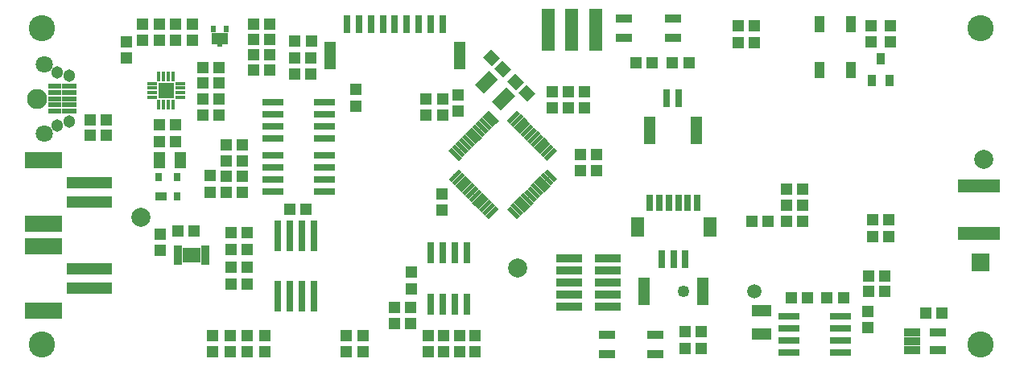
<source format=gbr>
G04 #@! TF.GenerationSoftware,KiCad,Pcbnew,5.0.0-fee4fd1~66~ubuntu16.04.1*
G04 #@! TF.CreationDate,2018-09-07T15:36:00-07:00*
G04 #@! TF.ProjectId,fk-naturalist,666B2D6E61747572616C6973742E6B69,0.1*
G04 #@! TF.SameCoordinates,PX791ddc0PY791ddc0*
G04 #@! TF.FileFunction,Soldermask,Top*
G04 #@! TF.FilePolarity,Negative*
%FSLAX46Y46*%
G04 Gerber Fmt 4.6, Leading zero omitted, Abs format (unit mm)*
G04 Created by KiCad (PCBNEW 5.0.0-fee4fd1~66~ubuntu16.04.1) date Fri Sep  7 15:36:00 2018*
%MOMM*%
%LPD*%
G01*
G04 APERTURE LIST*
%ADD10C,2.103200*%
%ADD11C,1.803200*%
%ADD12C,1.303200*%
%ADD13R,1.553200X0.603200*%
%ADD14R,1.453200X0.603200*%
%ADD15R,4.003200X1.703200*%
%ADD16R,4.703200X1.203200*%
%ADD17R,1.203200X1.303200*%
%ADD18R,0.803200X1.903200*%
%ADD19R,1.203200X3.003200*%
%ADD20R,1.653200X0.903200*%
%ADD21C,1.253200*%
%ADD22C,1.503200*%
%ADD23R,1.103200X1.703200*%
%ADD24C,2.743200*%
%ADD25R,1.303200X1.203200*%
%ADD26C,1.203200*%
%ADD27C,0.100000*%
%ADD28R,0.600000X0.700000*%
%ADD29R,1.800000X1.300000*%
%ADD30R,0.600000X0.450000*%
%ADD31R,1.203200X0.903200*%
%ADD32R,0.803200X0.903200*%
%ADD33R,1.203200X1.703200*%
%ADD34R,4.403200X1.473200*%
%ADD35R,1.903200X1.903200*%
%ADD36R,1.473200X4.403200*%
%ADD37C,2.000000*%
%ADD38R,0.853200X1.253200*%
%ADD39C,0.453200*%
%ADD40R,1.763200X0.853200*%
%ADD41R,0.890000X0.890000*%
%ADD42R,0.990000X0.420000*%
%ADD43R,0.420000X0.990000*%
%ADD44R,0.440000X0.990000*%
%ADD45R,2.203200X0.803200*%
%ADD46R,0.953200X0.503200*%
%ADD47R,1.078200X0.928200*%
%ADD48R,0.803200X2.203200*%
%ADD49R,2.103200X1.303200*%
%ADD50R,0.803200X1.753200*%
%ADD51R,1.403200X2.003200*%
%ADD52R,2.700000X0.950000*%
%ADD53R,0.803200X3.203200*%
G04 APERTURE END LIST*
D10*
G04 #@! TO.C,J9*
X-51358500Y8445000D03*
D11*
X-50583500Y4820000D03*
X-50583500Y12070000D03*
D12*
X-47933500Y6020000D03*
X-47933500Y10870000D03*
D13*
X-48008500Y7145000D03*
X-48008500Y7795000D03*
X-48008500Y8445000D03*
X-48008500Y9095000D03*
X-48008500Y9745000D03*
D12*
X-49258500Y11245000D03*
X-49258500Y5645000D03*
D14*
X-49508500Y7145000D03*
X-49508500Y7795000D03*
X-49508500Y8445000D03*
X-49508500Y9095000D03*
X-49508500Y9745000D03*
G04 #@! TD*
D15*
G04 #@! TO.C,J10*
X-50689000Y-13812000D03*
X-50689000Y-7112000D03*
D16*
X-45839000Y-11462000D03*
X-45839000Y-9462000D03*
G04 #@! TD*
D15*
G04 #@! TO.C,J3*
X-50689000Y-4731000D03*
X-50689000Y1969000D03*
D16*
X-45839000Y-2381000D03*
X-45839000Y-381000D03*
G04 #@! TD*
D17*
G04 #@! TO.C,C16*
X-6926802Y-16440022D03*
X-6926802Y-18140022D03*
G04 #@! TD*
D18*
G04 #@! TO.C,J5*
X16820200Y-8438600D03*
X15570200Y-8438600D03*
X14320200Y-8438600D03*
D19*
X18670200Y-11788600D03*
X12470200Y-11788600D03*
G04 #@! TD*
D20*
G04 #@! TO.C,SW2*
X15495900Y16875000D03*
X10335900Y16875000D03*
X10335900Y14875000D03*
X15495900Y14875000D03*
G04 #@! TD*
G04 #@! TO.C,SW1*
X8545200Y-18399000D03*
X13705200Y-18399000D03*
X13705200Y-16399000D03*
X8545200Y-16399000D03*
G04 #@! TD*
D21*
G04 #@! TO.C,BT1*
X16655000Y-11811000D03*
D22*
X24105000Y-11811000D03*
G04 #@! TD*
D18*
G04 #@! TO.C,J8*
X16131700Y8477800D03*
X14881700Y8477800D03*
D19*
X17981700Y5127800D03*
X13031700Y5127800D03*
G04 #@! TD*
D23*
G04 #@! TO.C,U13*
X30912800Y11431100D03*
X34212800Y11431100D03*
X34212800Y16331100D03*
X30912800Y16331100D03*
G04 #@! TD*
D24*
G04 #@! TO.C,REF\002A\002A*
X47865000Y15865000D03*
G04 #@! TD*
G04 #@! TO.C,REF\002A\002A*
X-50865000Y15865000D03*
G04 #@! TD*
G04 #@! TO.C,REF\002A\002A*
X-50865000Y-17365000D03*
G04 #@! TD*
G04 #@! TO.C,REF\002A\002A*
X47865000Y-17365000D03*
G04 #@! TD*
D17*
G04 #@! TO.C,C33*
X-10228802Y-16440022D03*
X-10228802Y-18140022D03*
G04 #@! TD*
G04 #@! TO.C,C34*
X-8577802Y-16440022D03*
X-8577802Y-18140022D03*
G04 #@! TD*
D25*
G04 #@! TO.C,R7*
X-12040500Y-15176500D03*
X-13740500Y-15176500D03*
G04 #@! TD*
D17*
G04 #@! TO.C,C1*
X-7086600Y7154976D03*
X-7086600Y8854976D03*
G04 #@! TD*
D25*
G04 #@! TO.C,C2*
X36553616Y-6022726D03*
X38253616Y-6022726D03*
G04 #@! TD*
D26*
G04 #@! TO.C,C3*
X-2384279Y11602963D03*
D27*
G36*
X-1498133Y11567608D02*
X-2348924Y10716817D01*
X-3270425Y11638318D01*
X-2419634Y12489109D01*
X-1498133Y11567608D01*
X-1498133Y11567608D01*
G37*
D26*
X-3586361Y12805045D03*
D27*
G36*
X-2700215Y12769690D02*
X-3551006Y11918899D01*
X-4472507Y12840400D01*
X-3621716Y13691191D01*
X-2700215Y12769690D01*
X-2700215Y12769690D01*
G37*
G04 #@! TD*
D26*
G04 #@! TO.C,C4*
X-1054920Y10273604D03*
D27*
G36*
X-1941066Y10308959D02*
X-1090275Y11159750D01*
X-168774Y10238249D01*
X-1019565Y9387458D01*
X-1941066Y10308959D01*
X-1941066Y10308959D01*
G37*
D26*
X147162Y9071522D03*
D27*
G36*
X-738984Y9106877D02*
X111807Y9957668D01*
X1033308Y9036167D01*
X182517Y8185376D01*
X-738984Y9106877D01*
X-738984Y9106877D01*
G37*
G04 #@! TD*
D17*
G04 #@! TO.C,C5*
X-8737600Y-1575700D03*
X-8737600Y-3275700D03*
G04 #@! TD*
G04 #@! TO.C,C6*
X6172200Y7455800D03*
X6172200Y9155800D03*
G04 #@! TD*
G04 #@! TO.C,C7*
X-8714208Y6748576D03*
X-8714208Y8448576D03*
G04 #@! TD*
G04 #@! TO.C,C8*
X2819400Y7455800D03*
X2819400Y9155800D03*
G04 #@! TD*
G04 #@! TO.C,C9*
X4495800Y7455800D03*
X4495800Y9155800D03*
G04 #@! TD*
D25*
G04 #@! TO.C,C10*
X-38488314Y5670744D03*
X-36788314Y5670744D03*
G04 #@! TD*
G04 #@! TO.C,C11*
X43839500Y-14135100D03*
X42139500Y-14135100D03*
G04 #@! TD*
G04 #@! TO.C,C12*
X-32197353Y11760341D03*
X-33897353Y11760341D03*
G04 #@! TD*
G04 #@! TO.C,C13*
X36553616Y-4320926D03*
X38253616Y-4320926D03*
G04 #@! TD*
G04 #@! TO.C,C14*
X-45783868Y4590655D03*
X-44083868Y4590655D03*
G04 #@! TD*
D17*
G04 #@! TO.C,C15*
X-12001500Y-9818000D03*
X-12001500Y-11518000D03*
G04 #@! TD*
D25*
G04 #@! TO.C,C18*
X-24776800Y-3162300D03*
X-23076800Y-3162300D03*
G04 #@! TD*
D17*
G04 #@! TO.C,C19*
X-41986200Y12739000D03*
X-41986200Y14439000D03*
G04 #@! TD*
D25*
G04 #@! TO.C,C20*
X-33910953Y8407541D03*
X-32210953Y8407541D03*
G04 #@! TD*
G04 #@! TO.C,C21*
X-33897353Y6731141D03*
X-32197353Y6731141D03*
G04 #@! TD*
G04 #@! TO.C,C22*
X29679000Y-12522200D03*
X27979000Y-12522200D03*
G04 #@! TD*
D17*
G04 #@! TO.C,C24*
X36042600Y-13958200D03*
X36042600Y-15658200D03*
G04 #@! TD*
D25*
G04 #@! TO.C,C27*
X-30955110Y-9282914D03*
X-29255110Y-9282914D03*
G04 #@! TD*
G04 #@! TO.C,C28*
X-29249000Y-7442200D03*
X-30949000Y-7442200D03*
G04 #@! TD*
D17*
G04 #@! TO.C,D1*
X36347400Y14418600D03*
X36347400Y16118600D03*
G04 #@! TD*
G04 #@! TO.C,D2*
X-31064200Y-16450600D03*
X-31064200Y-18150600D03*
G04 #@! TD*
G04 #@! TO.C,D3*
X-27398530Y-16470430D03*
X-27398530Y-18170430D03*
G04 #@! TD*
D28*
G04 #@! TO.C,D7*
X-31481000Y15807400D03*
X-32781000Y15807400D03*
D29*
X-32131000Y14757400D03*
D30*
X-32131000Y14082400D03*
G04 #@! TD*
D31*
G04 #@! TO.C,D8*
X-38352200Y-1822200D03*
D32*
X-36652200Y-1822200D03*
X-36652200Y177800D03*
X-38552200Y177800D03*
G04 #@! TD*
D25*
G04 #@! TO.C,D9*
X-28612200Y16335400D03*
X-26912200Y16335400D03*
G04 #@! TD*
G04 #@! TO.C,D10*
X-28612200Y13084200D03*
X-26912200Y13084200D03*
G04 #@! TD*
D17*
G04 #@! TO.C,D11*
X22372800Y14390000D03*
X22372800Y16090000D03*
G04 #@! TD*
D33*
G04 #@! TO.C,F1*
X-36314200Y2006600D03*
X-38514200Y2006600D03*
G04 #@! TD*
D34*
G04 #@! TO.C,J1*
X47669200Y-5751200D03*
X47669200Y-751200D03*
G04 #@! TD*
D35*
G04 #@! TO.C,J4*
X47879000Y-8788400D03*
G04 #@! TD*
D36*
G04 #@! TO.C,J11*
X4875400Y15709900D03*
X7375400Y15709900D03*
X2375400Y15709900D03*
G04 #@! TD*
D17*
G04 #@! TO.C,L1*
X-10457008Y6733376D03*
X-10457008Y8433376D03*
G04 #@! TD*
D25*
G04 #@! TO.C,L2*
X-38488314Y3943544D03*
X-36788314Y3943544D03*
G04 #@! TD*
D37*
G04 #@! TO.C,M2*
X-774700Y-9372600D03*
G04 #@! TD*
G04 #@! TO.C,M5*
X48234600Y2057400D03*
G04 #@! TD*
G04 #@! TO.C,M8*
X-40411400Y-4038600D03*
G04 #@! TD*
D38*
G04 #@! TO.C,Q1*
X36413400Y10327000D03*
X38313400Y10327000D03*
X37363400Y12627000D03*
G04 #@! TD*
D17*
G04 #@! TO.C,R1*
X-18821400Y-16450600D03*
X-18821400Y-18150600D03*
G04 #@! TD*
G04 #@! TO.C,R2*
X-17094200Y-16450600D03*
X-17094200Y-18150600D03*
G04 #@! TD*
G04 #@! TO.C,R3*
X38379400Y16118600D03*
X38379400Y14418600D03*
G04 #@! TD*
G04 #@! TO.C,R4*
X-32893000Y-16450600D03*
X-32893000Y-18150600D03*
G04 #@! TD*
G04 #@! TO.C,R5*
X-29235400Y-16501400D03*
X-29235400Y-18201400D03*
G04 #@! TD*
D25*
G04 #@! TO.C,R6*
X-12040500Y-13525500D03*
X-13740500Y-13525500D03*
G04 #@! TD*
G04 #@! TO.C,R8*
X18503000Y-17856200D03*
X16803000Y-17856200D03*
G04 #@! TD*
G04 #@! TO.C,R9*
X18503000Y-16078200D03*
X16803000Y-16078200D03*
G04 #@! TD*
G04 #@! TO.C,R10*
X11621400Y12268200D03*
X13321400Y12268200D03*
G04 #@! TD*
G04 #@! TO.C,R17*
X17182200Y12268200D03*
X15482200Y12268200D03*
G04 #@! TD*
G04 #@! TO.C,R21*
X-32197353Y10083941D03*
X-33897353Y10083941D03*
G04 #@! TD*
D17*
G04 #@! TO.C,R22*
X-34977753Y16267941D03*
X-34977753Y14567941D03*
G04 #@! TD*
G04 #@! TO.C,R23*
X7449842Y896374D03*
X7449842Y2596374D03*
G04 #@! TD*
G04 #@! TO.C,R24*
X-36755753Y16267941D03*
X-36755753Y14567941D03*
G04 #@! TD*
G04 #@! TO.C,R25*
X-38482953Y16267941D03*
X-38482953Y14567941D03*
G04 #@! TD*
G04 #@! TO.C,R30*
X5824242Y896374D03*
X5824242Y2596374D03*
G04 #@! TD*
D25*
G04 #@! TO.C,R31*
X-45783868Y6241655D03*
X-44083868Y6241655D03*
G04 #@! TD*
G04 #@! TO.C,R32*
X-28612200Y14709800D03*
X-26912200Y14709800D03*
G04 #@! TD*
G04 #@! TO.C,R33*
X-28612200Y11458600D03*
X-26912200Y11458600D03*
G04 #@! TD*
D17*
G04 #@! TO.C,R34*
X-40260953Y14567941D03*
X-40260953Y16267941D03*
G04 #@! TD*
D25*
G04 #@! TO.C,R35*
X36097911Y-10225205D03*
X37797911Y-10225205D03*
G04 #@! TD*
G04 #@! TO.C,R36*
X36097911Y-11850805D03*
X37797911Y-11850805D03*
G04 #@! TD*
G04 #@! TO.C,R37*
X33438200Y-12522200D03*
X31738200Y-12522200D03*
G04 #@! TD*
D17*
G04 #@! TO.C,R39*
X24100000Y14390000D03*
X24100000Y16090000D03*
G04 #@! TD*
D25*
G04 #@! TO.C,R40*
X-29255110Y-11010114D03*
X-30955110Y-11010114D03*
G04 #@! TD*
G04 #@! TO.C,R41*
X-29255110Y-5664200D03*
X-30955110Y-5664200D03*
G04 #@! TD*
G04 #@! TO.C,R42*
X-36562400Y-5435600D03*
X-34862400Y-5435600D03*
G04 #@! TD*
D17*
G04 #@! TO.C,R43*
X-38404800Y-7479400D03*
X-38404800Y-5779400D03*
G04 #@! TD*
D39*
G04 #@! TO.C,U2*
X-3493571Y6519058D03*
D27*
G36*
X-4185263Y6890289D02*
X-3864802Y7210750D01*
X-2801879Y6147827D01*
X-3122340Y5827366D01*
X-4185263Y6890289D01*
X-4185263Y6890289D01*
G37*
D39*
X-3847124Y6165505D03*
D27*
G36*
X-4538816Y6536736D02*
X-4218355Y6857197D01*
X-3155432Y5794274D01*
X-3475893Y5473813D01*
X-4538816Y6536736D01*
X-4538816Y6536736D01*
G37*
D39*
X-4200678Y5811951D03*
D27*
G36*
X-4892370Y6183182D02*
X-4571909Y6503643D01*
X-3508986Y5440720D01*
X-3829447Y5120259D01*
X-4892370Y6183182D01*
X-4892370Y6183182D01*
G37*
D39*
X-4554231Y5458398D03*
D27*
G36*
X-5245923Y5829629D02*
X-4925462Y6150090D01*
X-3862539Y5087167D01*
X-4183000Y4766706D01*
X-5245923Y5829629D01*
X-5245923Y5829629D01*
G37*
D39*
X-4907784Y5104845D03*
D27*
G36*
X-5599476Y5476076D02*
X-5279015Y5796537D01*
X-4216092Y4733614D01*
X-4536553Y4413153D01*
X-5599476Y5476076D01*
X-5599476Y5476076D01*
G37*
D39*
X-5261338Y4751291D03*
D27*
G36*
X-5953030Y5122522D02*
X-5632569Y5442983D01*
X-4569646Y4380060D01*
X-4890107Y4059599D01*
X-5953030Y5122522D01*
X-5953030Y5122522D01*
G37*
D39*
X-5614891Y4397738D03*
D27*
G36*
X-6306583Y4768969D02*
X-5986122Y5089430D01*
X-4923199Y4026507D01*
X-5243660Y3706046D01*
X-6306583Y4768969D01*
X-6306583Y4768969D01*
G37*
D39*
X-5968445Y4044184D03*
D27*
G36*
X-6660137Y4415415D02*
X-6339676Y4735876D01*
X-5276753Y3672953D01*
X-5597214Y3352492D01*
X-6660137Y4415415D01*
X-6660137Y4415415D01*
G37*
D39*
X-6321998Y3690631D03*
D27*
G36*
X-7013690Y4061862D02*
X-6693229Y4382323D01*
X-5630306Y3319400D01*
X-5950767Y2998939D01*
X-7013690Y4061862D01*
X-7013690Y4061862D01*
G37*
D39*
X-6675551Y3337078D03*
D27*
G36*
X-7367243Y3708309D02*
X-7046782Y4028770D01*
X-5983859Y2965847D01*
X-6304320Y2645386D01*
X-7367243Y3708309D01*
X-7367243Y3708309D01*
G37*
D39*
X-7029105Y2983524D03*
D27*
G36*
X-7720797Y3354755D02*
X-7400336Y3675216D01*
X-6337413Y2612293D01*
X-6657874Y2291832D01*
X-7720797Y3354755D01*
X-7720797Y3354755D01*
G37*
D39*
X-7382658Y2629971D03*
D27*
G36*
X-8074350Y3001202D02*
X-7753889Y3321663D01*
X-6690966Y2258740D01*
X-7011427Y1938279D01*
X-8074350Y3001202D01*
X-8074350Y3001202D01*
G37*
D39*
X-7382658Y367229D03*
D27*
G36*
X-7753889Y-324463D02*
X-8074350Y-4002D01*
X-7011427Y1058921D01*
X-6690966Y738460D01*
X-7753889Y-324463D01*
X-7753889Y-324463D01*
G37*
D39*
X-7029105Y13676D03*
D27*
G36*
X-7400336Y-678016D02*
X-7720797Y-357555D01*
X-6657874Y705368D01*
X-6337413Y384907D01*
X-7400336Y-678016D01*
X-7400336Y-678016D01*
G37*
D39*
X-6675551Y-339878D03*
D27*
G36*
X-7046782Y-1031570D02*
X-7367243Y-711109D01*
X-6304320Y351814D01*
X-5983859Y31353D01*
X-7046782Y-1031570D01*
X-7046782Y-1031570D01*
G37*
D39*
X-6321998Y-693431D03*
D27*
G36*
X-6693229Y-1385123D02*
X-7013690Y-1064662D01*
X-5950767Y-1739D01*
X-5630306Y-322200D01*
X-6693229Y-1385123D01*
X-6693229Y-1385123D01*
G37*
D39*
X-5968445Y-1046984D03*
D27*
G36*
X-6339676Y-1738676D02*
X-6660137Y-1418215D01*
X-5597214Y-355292D01*
X-5276753Y-675753D01*
X-6339676Y-1738676D01*
X-6339676Y-1738676D01*
G37*
D39*
X-5614891Y-1400538D03*
D27*
G36*
X-5986122Y-2092230D02*
X-6306583Y-1771769D01*
X-5243660Y-708846D01*
X-4923199Y-1029307D01*
X-5986122Y-2092230D01*
X-5986122Y-2092230D01*
G37*
D39*
X-5261338Y-1754091D03*
D27*
G36*
X-5632569Y-2445783D02*
X-5953030Y-2125322D01*
X-4890107Y-1062399D01*
X-4569646Y-1382860D01*
X-5632569Y-2445783D01*
X-5632569Y-2445783D01*
G37*
D39*
X-4907784Y-2107645D03*
D27*
G36*
X-5279015Y-2799337D02*
X-5599476Y-2478876D01*
X-4536553Y-1415953D01*
X-4216092Y-1736414D01*
X-5279015Y-2799337D01*
X-5279015Y-2799337D01*
G37*
D39*
X-4554231Y-2461198D03*
D27*
G36*
X-4925462Y-3152890D02*
X-5245923Y-2832429D01*
X-4183000Y-1769506D01*
X-3862539Y-2089967D01*
X-4925462Y-3152890D01*
X-4925462Y-3152890D01*
G37*
D39*
X-4200678Y-2814751D03*
D27*
G36*
X-4571909Y-3506443D02*
X-4892370Y-3185982D01*
X-3829447Y-2123059D01*
X-3508986Y-2443520D01*
X-4571909Y-3506443D01*
X-4571909Y-3506443D01*
G37*
D39*
X-3847124Y-3168305D03*
D27*
G36*
X-4218355Y-3859997D02*
X-4538816Y-3539536D01*
X-3475893Y-2476613D01*
X-3155432Y-2797074D01*
X-4218355Y-3859997D01*
X-4218355Y-3859997D01*
G37*
D39*
X-3493571Y-3521858D03*
D27*
G36*
X-3864802Y-4213550D02*
X-4185263Y-3893089D01*
X-3122340Y-2830166D01*
X-2801879Y-3150627D01*
X-3864802Y-4213550D01*
X-3864802Y-4213550D01*
G37*
D39*
X-1230829Y-3521858D03*
D27*
G36*
X-1922521Y-3150627D02*
X-1602060Y-2830166D01*
X-539137Y-3893089D01*
X-859598Y-4213550D01*
X-1922521Y-3150627D01*
X-1922521Y-3150627D01*
G37*
D39*
X-877276Y-3168305D03*
D27*
G36*
X-1568968Y-2797074D02*
X-1248507Y-2476613D01*
X-185584Y-3539536D01*
X-506045Y-3859997D01*
X-1568968Y-2797074D01*
X-1568968Y-2797074D01*
G37*
D39*
X-523722Y-2814751D03*
D27*
G36*
X-1215414Y-2443520D02*
X-894953Y-2123059D01*
X167970Y-3185982D01*
X-152491Y-3506443D01*
X-1215414Y-2443520D01*
X-1215414Y-2443520D01*
G37*
D39*
X-170169Y-2461198D03*
D27*
G36*
X-861861Y-2089967D02*
X-541400Y-1769506D01*
X521523Y-2832429D01*
X201062Y-3152890D01*
X-861861Y-2089967D01*
X-861861Y-2089967D01*
G37*
D39*
X183384Y-2107645D03*
D27*
G36*
X-508308Y-1736414D02*
X-187847Y-1415953D01*
X875076Y-2478876D01*
X554615Y-2799337D01*
X-508308Y-1736414D01*
X-508308Y-1736414D01*
G37*
D39*
X536938Y-1754091D03*
D27*
G36*
X-154754Y-1382860D02*
X165707Y-1062399D01*
X1228630Y-2125322D01*
X908169Y-2445783D01*
X-154754Y-1382860D01*
X-154754Y-1382860D01*
G37*
D39*
X890491Y-1400538D03*
D27*
G36*
X198799Y-1029307D02*
X519260Y-708846D01*
X1582183Y-1771769D01*
X1261722Y-2092230D01*
X198799Y-1029307D01*
X198799Y-1029307D01*
G37*
D39*
X1244045Y-1046984D03*
D27*
G36*
X552353Y-675753D02*
X872814Y-355292D01*
X1935737Y-1418215D01*
X1615276Y-1738676D01*
X552353Y-675753D01*
X552353Y-675753D01*
G37*
D39*
X1597598Y-693431D03*
D27*
G36*
X905906Y-322200D02*
X1226367Y-1739D01*
X2289290Y-1064662D01*
X1968829Y-1385123D01*
X905906Y-322200D01*
X905906Y-322200D01*
G37*
D39*
X1951151Y-339878D03*
D27*
G36*
X1259459Y31353D02*
X1579920Y351814D01*
X2642843Y-711109D01*
X2322382Y-1031570D01*
X1259459Y31353D01*
X1259459Y31353D01*
G37*
D39*
X2304705Y13676D03*
D27*
G36*
X1613013Y384907D02*
X1933474Y705368D01*
X2996397Y-357555D01*
X2675936Y-678016D01*
X1613013Y384907D01*
X1613013Y384907D01*
G37*
D39*
X2658258Y367229D03*
D27*
G36*
X1966566Y738460D02*
X2287027Y1058921D01*
X3349950Y-4002D01*
X3029489Y-324463D01*
X1966566Y738460D01*
X1966566Y738460D01*
G37*
D39*
X2658258Y2629971D03*
D27*
G36*
X2287027Y1938279D02*
X1966566Y2258740D01*
X3029489Y3321663D01*
X3349950Y3001202D01*
X2287027Y1938279D01*
X2287027Y1938279D01*
G37*
D39*
X2304705Y2983524D03*
D27*
G36*
X1933474Y2291832D02*
X1613013Y2612293D01*
X2675936Y3675216D01*
X2996397Y3354755D01*
X1933474Y2291832D01*
X1933474Y2291832D01*
G37*
D39*
X1951151Y3337078D03*
D27*
G36*
X1579920Y2645386D02*
X1259459Y2965847D01*
X2322382Y4028770D01*
X2642843Y3708309D01*
X1579920Y2645386D01*
X1579920Y2645386D01*
G37*
D39*
X1597598Y3690631D03*
D27*
G36*
X1226367Y2998939D02*
X905906Y3319400D01*
X1968829Y4382323D01*
X2289290Y4061862D01*
X1226367Y2998939D01*
X1226367Y2998939D01*
G37*
D39*
X1244045Y4044184D03*
D27*
G36*
X872814Y3352492D02*
X552353Y3672953D01*
X1615276Y4735876D01*
X1935737Y4415415D01*
X872814Y3352492D01*
X872814Y3352492D01*
G37*
D39*
X890491Y4397738D03*
D27*
G36*
X519260Y3706046D02*
X198799Y4026507D01*
X1261722Y5089430D01*
X1582183Y4768969D01*
X519260Y3706046D01*
X519260Y3706046D01*
G37*
D39*
X536938Y4751291D03*
D27*
G36*
X165707Y4059599D02*
X-154754Y4380060D01*
X908169Y5442983D01*
X1228630Y5122522D01*
X165707Y4059599D01*
X165707Y4059599D01*
G37*
D39*
X183384Y5104845D03*
D27*
G36*
X-187847Y4413153D02*
X-508308Y4733614D01*
X554615Y5796537D01*
X875076Y5476076D01*
X-187847Y4413153D01*
X-187847Y4413153D01*
G37*
D39*
X-170169Y5458398D03*
D27*
G36*
X-541400Y4766706D02*
X-861861Y5087167D01*
X201062Y6150090D01*
X521523Y5829629D01*
X-541400Y4766706D01*
X-541400Y4766706D01*
G37*
D39*
X-523722Y5811951D03*
D27*
G36*
X-894953Y5120259D02*
X-1215414Y5440720D01*
X-152491Y6503643D01*
X167970Y6183182D01*
X-894953Y5120259D01*
X-894953Y5120259D01*
G37*
D39*
X-877276Y6165505D03*
D27*
G36*
X-1248507Y5473813D02*
X-1568968Y5794274D01*
X-506045Y6857197D01*
X-185584Y6536736D01*
X-1248507Y5473813D01*
X-1248507Y5473813D01*
G37*
D39*
X-1230829Y6519058D03*
D27*
G36*
X-1602060Y5827366D02*
X-1922521Y6147827D01*
X-859598Y7210750D01*
X-539137Y6890289D01*
X-1602060Y5827366D01*
X-1602060Y5827366D01*
G37*
G04 #@! TD*
D40*
G04 #@! TO.C,U4*
X40695561Y-16124784D03*
X40695561Y-17074784D03*
X40695561Y-18024784D03*
X43395561Y-18024784D03*
X43395561Y-16124784D03*
G04 #@! TD*
D41*
G04 #@! TO.C,U6*
X-37409083Y8945133D03*
X-37409083Y9695133D03*
X-38159083Y9695133D03*
X-38159083Y8945133D03*
D42*
X-39259083Y10070133D03*
X-39259083Y9570133D03*
X-39259083Y9070133D03*
X-39259083Y8570133D03*
D43*
X-38534083Y7845133D03*
X-38034083Y7845133D03*
D44*
X-37534083Y7845133D03*
D43*
X-37034083Y7845133D03*
D42*
X-36309083Y8570133D03*
X-36309083Y9070133D03*
X-36309083Y9570133D03*
X-36309083Y10070133D03*
D43*
X-37034083Y10795133D03*
X-37534083Y10795133D03*
X-38034083Y10795133D03*
D44*
X-38534083Y10795133D03*
G04 #@! TD*
D45*
G04 #@! TO.C,U7*
X33103800Y-14478000D03*
X33103800Y-15748000D03*
X33103800Y-17018000D03*
X33103800Y-18288000D03*
X27703800Y-18288000D03*
X27703800Y-17018000D03*
X27703800Y-15748000D03*
X27703800Y-14478000D03*
G04 #@! TD*
D46*
G04 #@! TO.C,U11*
X-33664610Y-8769814D03*
X-33664610Y-8269814D03*
X-33664610Y-7769814D03*
X-33664610Y-7269814D03*
X-36564610Y-7269814D03*
X-36564610Y-7769814D03*
X-36564610Y-8269814D03*
X-36564610Y-8769814D03*
D47*
X-35552110Y-7657314D03*
X-35552110Y-8382314D03*
X-34677110Y-7657314D03*
X-34677110Y-8382314D03*
G04 #@! TD*
D48*
G04 #@! TO.C,U12*
X-6159500Y-13147000D03*
X-7429500Y-13147000D03*
X-8699500Y-13147000D03*
X-9969500Y-13147000D03*
X-9969500Y-7747000D03*
X-8699500Y-7747000D03*
X-7429500Y-7747000D03*
X-6159500Y-7747000D03*
G04 #@! TD*
D12*
G04 #@! TO.C,Y1*
X-4058883Y10205683D03*
D27*
G36*
X-5263227Y9922840D02*
X-3776040Y11410027D01*
X-2854539Y10488526D01*
X-4341726Y9001339D01*
X-5263227Y9922840D01*
X-5263227Y9922840D01*
G37*
D12*
X-2291117Y8437917D03*
D27*
G36*
X-3495461Y8155074D02*
X-2008274Y9642261D01*
X-1086773Y8720760D01*
X-2573960Y7233573D01*
X-3495461Y8155074D01*
X-3495461Y8155074D01*
G37*
G04 #@! TD*
D49*
G04 #@! TO.C,Y2*
X24815800Y-16312200D03*
X24815800Y-13812200D03*
G04 #@! TD*
D17*
G04 #@! TO.C,C17*
X-5275802Y-16440022D03*
X-5275802Y-18140022D03*
G04 #@! TD*
D50*
G04 #@! TO.C,J13*
X18082900Y-2535800D03*
X17082900Y-2535800D03*
X16082900Y-2535800D03*
X15082900Y-2535800D03*
X14082900Y-2535800D03*
X13082900Y-2535800D03*
D51*
X19382900Y-5060800D03*
X11782900Y-5060800D03*
G04 #@! TD*
D25*
G04 #@! TO.C,C23*
X-29782400Y254000D03*
X-31482400Y254000D03*
G04 #@! TD*
D17*
G04 #@! TO.C,C25*
X-33172400Y342000D03*
X-33172400Y-1358000D03*
G04 #@! TD*
D25*
G04 #@! TO.C,R11*
X-29782400Y-1371600D03*
X-31482400Y-1371600D03*
G04 #@! TD*
G04 #@! TO.C,R12*
X-29782400Y1879600D03*
X-31482400Y1879600D03*
G04 #@! TD*
D45*
G04 #@! TO.C,U8*
X-21125200Y2463800D03*
X-21125200Y1193800D03*
X-21125200Y-76200D03*
X-21125200Y-1346200D03*
X-26525200Y-1346200D03*
X-26525200Y-76200D03*
X-26525200Y1193800D03*
X-26525200Y2463800D03*
G04 #@! TD*
D25*
G04 #@! TO.C,C26*
X-29782400Y3556000D03*
X-31482400Y3556000D03*
G04 #@! TD*
D17*
G04 #@! TO.C,C29*
X-22605064Y12765901D03*
X-22605064Y11065901D03*
G04 #@! TD*
D25*
G04 #@! TO.C,C30*
X-24230700Y14516100D03*
X-22530700Y14516100D03*
G04 #@! TD*
D17*
G04 #@! TO.C,R13*
X-24230664Y11065901D03*
X-24230664Y12765901D03*
G04 #@! TD*
G04 #@! TO.C,R14*
X-17843500Y7697100D03*
X-17843500Y9397100D03*
G04 #@! TD*
D45*
G04 #@! TO.C,U9*
X-26525200Y4292600D03*
X-26525200Y5562600D03*
X-26525200Y6832600D03*
X-26525200Y8102600D03*
X-21125200Y8102600D03*
X-21125200Y6832600D03*
X-21125200Y5562600D03*
X-21125200Y4292600D03*
G04 #@! TD*
D52*
G04 #@! TO.C,J7*
X8629400Y-13385800D03*
X4629400Y-13385800D03*
X8629400Y-12115800D03*
X4629400Y-12115800D03*
X8629400Y-10845800D03*
X4629400Y-10845800D03*
X8629400Y-9575800D03*
X4629400Y-9575800D03*
X8629400Y-8305800D03*
X4629400Y-8305800D03*
G04 #@! TD*
D18*
G04 #@! TO.C,J6*
X-8728700Y16326400D03*
X-9978700Y16326400D03*
X-11228700Y16326400D03*
X-12478700Y16326400D03*
X-13728700Y16326400D03*
X-14978700Y16326400D03*
X-16228700Y16326400D03*
X-17478700Y16326400D03*
X-18728700Y16326400D03*
D19*
X-6878700Y12976400D03*
X-20578700Y12976400D03*
G04 #@! TD*
D53*
G04 #@! TO.C,U5*
X-26035000Y-5944000D03*
X-24765000Y-5944000D03*
X-23495000Y-5944000D03*
X-22225000Y-5944000D03*
X-22225000Y-12344000D03*
X-23495000Y-12344000D03*
X-24765000Y-12344000D03*
X-26035000Y-12344000D03*
G04 #@! TD*
D25*
G04 #@! TO.C,C31*
X29145600Y-1092200D03*
X27445600Y-1092200D03*
G04 #@! TD*
G04 #@! TO.C,C32*
X27431501Y-4433201D03*
X29131501Y-4433201D03*
G04 #@! TD*
G04 #@! TO.C,C35*
X29145600Y-2755900D03*
X27445600Y-2755900D03*
G04 #@! TD*
G04 #@! TO.C,L3*
X23838800Y-4445000D03*
X25538800Y-4445000D03*
G04 #@! TD*
M02*

</source>
